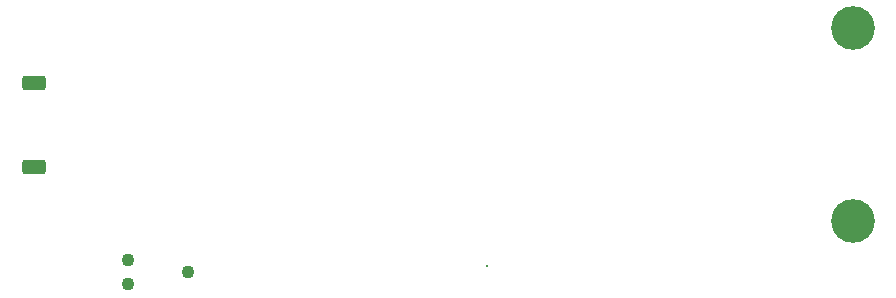
<source format=gbs>
G04 Layer_Color=16711935*
%FSLAX44Y44*%
%MOMM*%
G71*
G01*
G75*
%ADD82C,0.2032*%
G04:AMPARAMS|DCode=83|XSize=2.1032mm|YSize=1.2532mm|CornerRadius=0.3641mm|HoleSize=0mm|Usage=FLASHONLY|Rotation=0.000|XOffset=0mm|YOffset=0mm|HoleType=Round|Shape=RoundedRectangle|*
%AMROUNDEDRECTD83*
21,1,2.1032,0.5250,0,0,0.0*
21,1,1.3750,1.2532,0,0,0.0*
1,1,0.7282,0.6875,-0.2625*
1,1,0.7282,-0.6875,-0.2625*
1,1,0.7282,-0.6875,0.2625*
1,1,0.7282,0.6875,0.2625*
%
%ADD83ROUNDEDRECTD83*%
%ADD84C,3.7032*%
%ADD85C,1.1032*%
D82*
X396000Y-120000D02*
D03*
D83*
X12500Y-35750D02*
D03*
Y35750D02*
D03*
D84*
X705700Y-81500D02*
D03*
Y81500D02*
D03*
D85*
X91600Y-114840D02*
D03*
Y-135160D02*
D03*
X142400Y-125000D02*
D03*
M02*

</source>
